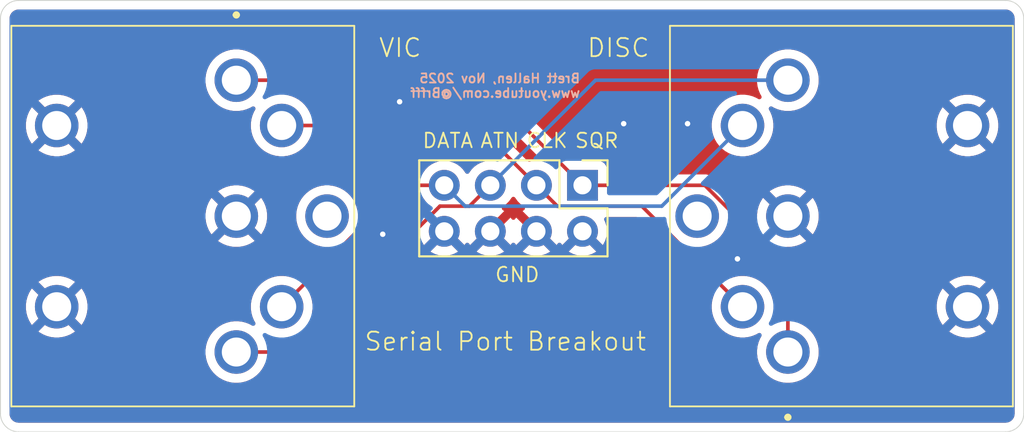
<source format=kicad_pcb>
(kicad_pcb (version 20241229) (generator "pcbnew") (generator_version "9.0")
  (title_block (title "Breakout Board for Commodore Serial Port") (date "23/NOV/2025") (rev "B") (company "Brett Hallen") (comment 1 "www.youtube.com/@Brfff"))
  (layers (0 "F.Cu" signal) (2 "B.Cu" signal) (13 "F.Paste" user) (15 "B.Paste" user) (5 "F.SilkS" user "F.Silkscreen") (7 "B.SilkS" user "B.Silkscreen") (1 "F.Mask" user) (3 "B.Mask" user) (25 "Edge.Cuts" user))
  (net 0 "")
  (net 2 "/SERIAL ATN I{slash}O")
  (net 3 "/GND")
  (net 4 "/SERIAL CLK I{slash}O")
  (net 5 "/SERIAL DATA I{slash}O")
  (net 6 "/SERIAL SRQ IN")
  (footprint "Clueless_Engineer:6710601" (layer "F.Cu") (at 82.5 63.1 90)
    (property "Reference" "J1" (hide yes))
    (property "Value" "VIC Serial In" (hide yes))
    (fp_line (start 3 -12.4) (end 3 6.5) (stroke (width 0.1)) (layer "F.SilkS"))
    (fp_line (start -18 -12.4) (end 3 -12.4) (stroke (width 0.1)) (layer "F.SilkS"))
    (fp_line (start 3.6 -0.1) (end 3.6 -0.1) (stroke (width 0.2)) (layer "F.SilkS"))
    (fp_line (start 3.6 0.1) (end 3.6 0.1) (stroke (width 0.2)) (layer "F.SilkS"))
    (fp_line (start 3 6.5) (end -18 6.5) (stroke (width 0.1)) (layer "F.SilkS"))
    (fp_line (start -18 6.5) (end -18 -12.4) (stroke (width 0.1)) (layer "F.SilkS"))
    (fp_arc (start 3.6 -0.1) (mid 3.7 0) (end 3.6 0.1) (stroke (width 0.2)) (layer "F.SilkS"))
    (fp_arc (start 3.6 0.1) (mid 3.5 0) (end 3.6 -0.1) (stroke (width 0.2)) (layer "F.SilkS"))
    (pad "1" thru_hole circle (at 0 0 90) (size 2.4 2.4) (drill 1.6) (layers "*.Cu" "*.Mask") (net 6 "/SERIAL SRQ IN"))
    (pad "2" thru_hole circle (at -7.5 0 90) (size 2.4 2.4) (drill 1.6) (layers "*.Cu" "*.Mask") (net 3 "/GND"))
    (pad "3" thru_hole circle (at -15 0 90) (size 2.4 2.4) (drill 1.6) (layers "*.Cu" "*.Mask") (net 2 "/SERIAL ATN I{slash}O"))
    (pad "4" thru_hole circle (at -2.5 2.5 90) (size 2.4 2.4) (drill 1.6) (layers "*.Cu" "*.Mask") (net 4 "/SERIAL CLK I{slash}O"))
    (pad "5" thru_hole circle (at -12.5 2.5 90) (size 2.4 2.4) (drill 1.6) (layers "*.Cu" "*.Mask") (net 5 "/SERIAL DATA I{slash}O"))
    (pad "8" thru_hole circle (at -7.5 5 90) (size 2.4 2.4) (drill 1.6) (layers "*.Cu" "*.Mask"))
    (pad "MH1" thru_hole circle (at -2.5 -9.9 90) (size 2.4 2.4) (drill 1.6) (layers "*.Cu" "*.Mask") (net 3 "/GND"))
    (pad "MH2" thru_hole circle (at -12.5 -9.9 90) (size 2.4 2.4) (drill 1.6) (layers "*.Cu" "*.Mask") (net 3 "/GND"))
  )
  (footprint "Clueless_Engineer:6710601" (layer "F.Cu") (at 112.9 78.1 -90)
    (property "Reference" "J2" (hide yes))
    (property "Value" "Disc Serial Out" (hide yes))
    (fp_line (start -18 6.5) (end -18 -12.4) (stroke (width 0.1)) (layer "F.SilkS"))
    (fp_line (start 3 6.5) (end -18 6.5) (stroke (width 0.1)) (layer "F.SilkS"))
    (fp_line (start 3.6 0.1) (end 3.6 0.1) (stroke (width 0.2)) (layer "F.SilkS"))
    (fp_line (start 3.6 -0.1) (end 3.6 -0.1) (stroke (width 0.2)) (layer "F.SilkS"))
    (fp_line (start -18 -12.4) (end 3 -12.4) (stroke (width 0.1)) (layer "F.SilkS"))
    (fp_line (start 3 -12.4) (end 3 6.5) (stroke (width 0.1)) (layer "F.SilkS"))
    (fp_arc (start 3.6 0.1) (mid 3.5 0) (end 3.6 -0.1) (stroke (width 0.2)) (layer "F.SilkS"))
    (fp_arc (start 3.6 -0.1) (mid 3.7 0) (end 3.6 0.1) (stroke (width 0.2)) (layer "F.SilkS"))
    (pad "1" thru_hole circle (at 0 0 270) (size 2.4 2.4) (drill 1.6) (layers "*.Cu" "*.Mask") (net 6 "/SERIAL SRQ IN"))
    (pad "2" thru_hole circle (at -7.5 0 270) (size 2.4 2.4) (drill 1.6) (layers "*.Cu" "*.Mask") (net 3 "/GND"))
    (pad "3" thru_hole circle (at -15 0 270) (size 2.4 2.4) (drill 1.6) (layers "*.Cu" "*.Mask") (net 2 "/SERIAL ATN I{slash}O"))
    (pad "4" thru_hole circle (at -2.5 2.5 270) (size 2.4 2.4) (drill 1.6) (layers "*.Cu" "*.Mask") (net 4 "/SERIAL CLK I{slash}O"))
    (pad "5" thru_hole circle (at -12.5 2.5 270) (size 2.4 2.4) (drill 1.6) (layers "*.Cu" "*.Mask") (net 5 "/SERIAL DATA I{slash}O"))
    (pad "8" thru_hole circle (at -7.5 5 270) (size 2.4 2.4) (drill 1.6) (layers "*.Cu" "*.Mask"))
    (pad "MH1" thru_hole circle (at -2.5 -9.9 270) (size 2.4 2.4) (drill 1.6) (layers "*.Cu" "*.Mask") (net 3 "/GND"))
    (pad "MH2" thru_hole circle (at -12.5 -9.9 270) (size 2.4 2.4) (drill 1.6) (layers "*.Cu" "*.Mask") (net 3 "/GND"))
  )
  (footprint "Connector_PinHeader_2.54mm:PinHeader_2x04_P2.54mm_Vertical" (layer "F.Cu") (at 101.58 68.9 -90)
    (property "Reference" "J3" (hide yes))
    (property "Value" "Breakout" (hide yes))
    (fp_line (start -1.38 9) (end 3.92 9) (stroke (width 0.12)) (layer "F.SilkS"))
    (fp_line (start -1.38 1.27) (end -1.38 9) (stroke (width 0.12)) (layer "F.SilkS"))
    (fp_line (start -1.38 1.27) (end 1.27 1.27) (stroke (width 0.12)) (layer "F.SilkS"))
    (fp_line (start 1.27 1.27) (end 1.27 -1.38) (stroke (width 0.12)) (layer "F.SilkS"))
    (fp_line (start -1.38 0) (end -1.38 -1.38) (stroke (width 0.12)) (layer "F.SilkS"))
    (fp_line (start -1.38 -1.38) (end 0 -1.38) (stroke (width 0.12)) (layer "F.SilkS"))
    (fp_line (start 1.27 -1.38) (end 3.92 -1.38) (stroke (width 0.12)) (layer "F.SilkS"))
    (fp_line (start 3.92 -1.38) (end 3.92 9) (stroke (width 0.12)) (layer "F.SilkS"))
    (pad "1" thru_hole rect (at 0 0 270) (size 1.7 1.7) (drill 1) (layers "*.Cu" "*.Mask") (net 6 "/SERIAL SRQ IN"))
    (pad "2" thru_hole circle (at 2.54 0 270) (size 1.7 1.7) (drill 1) (layers "*.Cu" "*.Mask") (net 3 "/GND"))
    (pad "3" thru_hole circle (at 0 2.54 270) (size 1.7 1.7) (drill 1) (layers "*.Cu" "*.Mask") (net 4 "/SERIAL CLK I{slash}O"))
    (pad "4" thru_hole circle (at 2.54 2.54 270) (size 1.7 1.7) (drill 1) (layers "*.Cu" "*.Mask") (net 3 "/GND"))
    (pad "5" thru_hole circle (at 0 5.08 270) (size 1.7 1.7) (drill 1) (layers "*.Cu" "*.Mask") (net 2 "/SERIAL ATN I{slash}O"))
    (pad "6" thru_hole circle (at 2.54 5.08 270) (size 1.7 1.7) (drill 1) (layers "*.Cu" "*.Mask") (net 3 "/GND"))
    (pad "7" thru_hole circle (at 0 7.62 270) (size 1.7 1.7) (drill 1) (layers "*.Cu" "*.Mask") (net 5 "/SERIAL DATA I{slash}O"))
    (pad "8" thru_hole circle (at 2.54 7.62 270) (size 1.7 1.7) (drill 1) (layers "*.Cu" "*.Mask") (net 3 "/GND"))
  )
  (gr_arc (start 69.5 59.7) (mid 69.792893 58.992893) (end 70.5 58.7) (stroke (width 0.05)) (layer "Edge.Cuts"))
  (gr_line (start 69.5 81.5) (end 69.5 59.7) (stroke (width 0.05)) (layer "Edge.Cuts"))
  (gr_arc (start 70.5 82.5) (mid 69.792893 82.207107) (end 69.5 81.5) (stroke (width 0.05)) (layer "Edge.Cuts"))
  (gr_arc (start 124.9 58.7) (mid 125.607107 58.992893) (end 125.9 59.7) (stroke (width 0.05)) (layer "Edge.Cuts"))
  (gr_line (start 70.5 58.7) (end 124.9 58.7) (stroke (width 0.05)) (layer "Edge.Cuts"))
  (gr_line (start 124.9 82.5) (end 70.5 82.5) (stroke (width 0.05)) (layer "Edge.Cuts"))
  (gr_arc (start 125.9 81.5) (mid 125.607107 82.207107) (end 124.9 82.5) (stroke (width 0.05)) (layer "Edge.Cuts"))
  (gr_line (start 125.9 59.7) (end 125.9 81.5) (stroke (width 0.05)) (layer "Edge.Cuts"))
  (gr_text "CLK" (at 98.439682 66.9 0) (layer "F.SilkS") (effects (font (size 0.8 0.8) (thickness 0.1)) (justify left bottom)))
  (gr_text "SQR" (at 101.1 66.9 0) (layer "F.SilkS") (effects (font (size 0.8 0.8) (thickness 0.1)) (justify left bottom)))
  (gr_text "ATN" (at 95.893651 66.9 0) (layer "F.SilkS") (effects (font (size 0.8 0.8) (thickness 0.1)) (justify left bottom)))
  (gr_text "DATA" (at 92.7 66.9 0) (layer "F.SilkS") (effects (font (size 0.8 0.8) (thickness 0.1)) (justify left bottom)))
  (gr_text "VIC            DISC" (at 90.3 61.9 0) (layer "F.SilkS") (effects (font (size 1 1) (thickness 0.1)) (justify left bottom)))
  (gr_text "GND" (at 96.7 74.3 0) (layer "F.SilkS") (effects (font (size 0.8 0.8) (thickness 0.1)) (justify left bottom)))
  (gr_text "Serial Port Breakout" (at 89.5 78.1 0) (layer "F.SilkS") (effects (font (size 1 1) (thickness 0.1)) (justify left bottom)))
  (gr_text "Brett Hallen, Nov 2025\nwww.youtube.com/@Brfff" (at 101.5 64.1 0) (layer "B.SilkS") (effects (font (size 0.5 0.5) (thickness 0.1)) (justify left bottom mirror)))
  (segment (start 85.67224 78.1) (end 93.72124 70.051) (width 0.2) (layer "F.Cu") (net 2))
  (segment (start 93.72124 70.051) (end 95.349 70.051) (width 0.2) (layer "F.Cu") (net 2))
  (segment (start 82.5 78.1) (end 85.67224 78.1) (width 0.2) (layer "F.Cu") (net 2))
  (segment (start 95.349 70.051) (end 96.5 68.9) (width 0.2) (layer "F.Cu") (net 2))
  (segment (start 102.3 63.1) (end 96.5 68.9) (width 0.2) (layer "B.Cu") (net 2))
  (segment (start 112.9 63.1) (end 102.3 63.1) (width 0.2) (layer "B.Cu") (net 2))
  (via (at 103.85 65.5) (size 0.6) (drill 0.3) (layers "F.Cu" "B.Cu") (net 3))
  (via (at 91.5 64.29) (size 0.6) (drill 0.3) (layers "F.Cu" "B.Cu") (net 3))
  (via (at 110.12 72.96) (size 0.6) (drill 0.3) (layers "F.Cu" "B.Cu") (net 3))
  (via (at 107.37 65.5) (size 0.6) (drill 0.3) (layers "F.Cu" "B.Cu") (net 3))
  (via (at 90.57 71.6) (size 0.6) (drill 0.3) (layers "F.Cu" "B.Cu") (net 3))
  (segment (start 100.191 70.051) (end 99.04 68.9) (width 0.2) (layer "F.Cu") (net 4))
  (segment (start 95.74 65.6) (end 99.04 68.9) (width 0.2) (layer "F.Cu") (net 4))
  (segment (start 110.4 75.6) (end 104.851 70.051) (width 0.2) (layer "F.Cu") (net 4))
  (segment (start 85 65.6) (end 95.74 65.6) (width 0.2) (layer "F.Cu") (net 4))
  (segment (start 104.851 70.051) (end 100.191 70.051) (width 0.2) (layer "F.Cu") (net 4))
  (segment (start 85 75.6) (end 91.7 68.9) (width 0.2) (layer "F.Cu") (net 5))
  (segment (start 91.7 68.9) (end 93.96 68.9) (width 0.2) (layer "F.Cu") (net 5))
  (segment (start 110.4 65.6) (end 105.949 70.051) (width 0.2) (layer "B.Cu") (net 5))
  (segment (start 105.949 70.051) (end 95.111 70.051) (width 0.2) (layer "B.Cu") (net 5))
  (segment (start 95.111 70.051) (end 93.96 68.9) (width 0.2) (layer "B.Cu") (net 5))
  (segment (start 108.322735 68.9) (end 101.58 68.9) (width 0.2) (layer "F.Cu") (net 6))
  (segment (start 112.9 78.1) (end 112.9 73.477265) (width 0.2) (layer "F.Cu") (net 6))
  (segment (start 82.5 63.1) (end 95.78 63.1) (width 0.2) (layer "F.Cu") (net 6))
  (segment (start 95.78 63.1) (end 101.58 68.9) (width 0.2) (layer "F.Cu") (net 6))
  (segment (start 112.9 73.477265) (end 108.322735 68.9) (width 0.2) (layer "F.Cu") (net 6))
  (zone (net 3) (net_name "/GND") (layers "F.Cu" "B.Cu") (connect_pads (clearance 0.5)) (min_thickness 0.25) (fill yes (thermal_gap 0.5) (thermal_bridge_width 0.5))
    (polygon (pts (xy 69.5 58.7) (xy 125.9 58.7) (xy 125.9 82.5) (xy 69.5 82.5)))
  )
)
</source>
